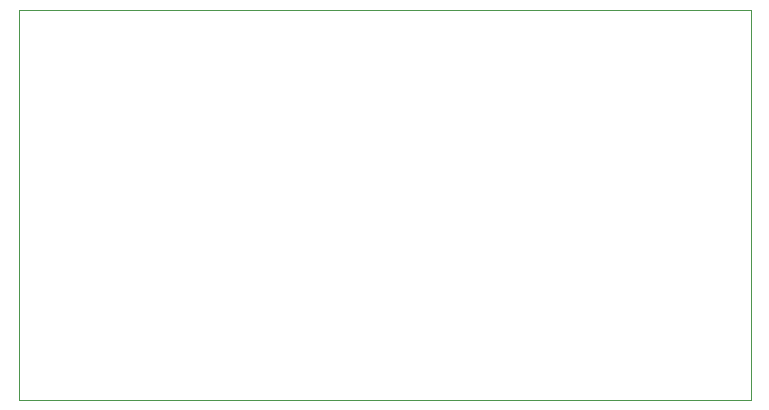
<source format=gbr>
G04 #@! TF.GenerationSoftware,KiCad,Pcbnew,5.1.5-52549c5~86~ubuntu18.04.1*
G04 #@! TF.CreationDate,2020-05-10T10:22:58+08:00*
G04 #@! TF.ProjectId,xzkb,787a6b62-2e6b-4696-9361-645f70636258,rev?*
G04 #@! TF.SameCoordinates,Original*
G04 #@! TF.FileFunction,Profile,NP*
%FSLAX46Y46*%
G04 Gerber Fmt 4.6, Leading zero omitted, Abs format (unit mm)*
G04 Created by KiCad (PCBNEW 5.1.5-52549c5~86~ubuntu18.04.1) date 2020-05-10 10:22:58*
%MOMM*%
%LPD*%
G04 APERTURE LIST*
%ADD10C,0.050000*%
G04 APERTURE END LIST*
D10*
X36830000Y-114300000D02*
X36830000Y-147320000D01*
X98806000Y-114300000D02*
X36830000Y-114300000D01*
X98806000Y-147320000D02*
X98806000Y-114300000D01*
X36830000Y-147320000D02*
X98806000Y-147320000D01*
M02*

</source>
